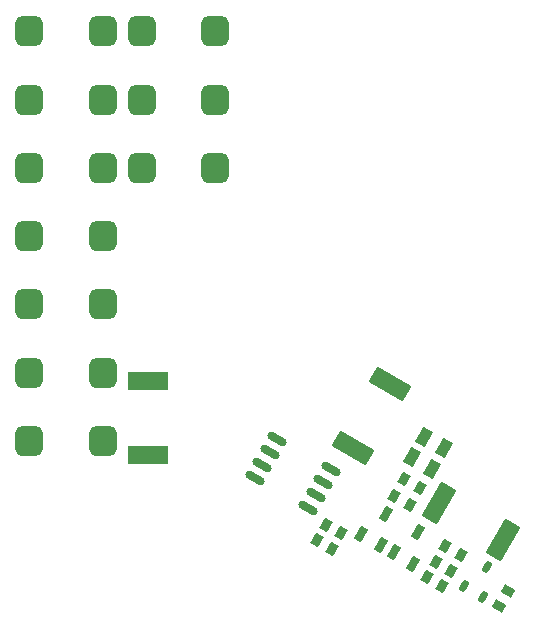
<source format=gbp>
G04*
G04 #@! TF.GenerationSoftware,Altium Limited,Altium Designer,21.1.1 (26)*
G04*
G04 Layer_Color=128*
%FSLAX25Y25*%
%MOIN*%
G70*
G04*
G04 #@! TF.SameCoordinates,7E344F8E-89F9-4E97-97FE-234FB0D6FCC2*
G04*
G04*
G04 #@! TF.FilePolarity,Positive*
G04*
G01*
G75*
G04:AMPARAMS|DCode=21|XSize=29.53mil|YSize=39.37mil|CornerRadius=0mil|HoleSize=0mil|Usage=FLASHONLY|Rotation=150.000|XOffset=0mil|YOffset=0mil|HoleType=Round|Shape=Rectangle|*
%AMROTATEDRECTD21*
4,1,4,0.02263,0.00967,0.00294,-0.02443,-0.02263,-0.00967,-0.00294,0.02443,0.02263,0.00967,0.0*
%
%ADD21ROTATEDRECTD21*%

G04:AMPARAMS|DCode=22|XSize=131.89mil|YSize=59.06mil|CornerRadius=0mil|HoleSize=0mil|Usage=FLASHONLY|Rotation=330.000|XOffset=0mil|YOffset=0mil|HoleType=Round|Shape=Rectangle|*
%AMROTATEDRECTD22*
4,1,4,-0.07187,0.00740,-0.04235,0.05854,0.07187,-0.00740,0.04235,-0.05854,-0.07187,0.00740,0.0*
%
%ADD22ROTATEDRECTD22*%

G04:AMPARAMS|DCode=23|XSize=131.89mil|YSize=59.06mil|CornerRadius=0mil|HoleSize=0mil|Usage=FLASHONLY|Rotation=60.000|XOffset=0mil|YOffset=0mil|HoleType=Round|Shape=Rectangle|*
%AMROTATEDRECTD23*
4,1,4,-0.00740,-0.07187,-0.05854,-0.04235,0.00740,0.07187,0.05854,0.04235,-0.00740,-0.07187,0.0*
%
%ADD23ROTATEDRECTD23*%

G04:AMPARAMS|DCode=24|XSize=92.56mil|YSize=100.43mil|CornerRadius=23.14mil|HoleSize=0mil|Usage=FLASHONLY|Rotation=0.000|XOffset=0mil|YOffset=0mil|HoleType=Round|Shape=RoundedRectangle|*
%AMROUNDEDRECTD24*
21,1,0.09256,0.05415,0,0,0.0*
21,1,0.04628,0.10043,0,0,0.0*
1,1,0.04628,0.02314,-0.02708*
1,1,0.04628,-0.02314,-0.02708*
1,1,0.04628,-0.02314,0.02708*
1,1,0.04628,0.02314,0.02708*
%
%ADD24ROUNDEDRECTD24*%
G04:AMPARAMS|DCode=25|XSize=29.53mil|YSize=39.37mil|CornerRadius=0mil|HoleSize=0mil|Usage=FLASHONLY|Rotation=240.000|XOffset=0mil|YOffset=0mil|HoleType=Round|Shape=Rectangle|*
%AMROTATEDRECTD25*
4,1,4,-0.00967,0.02263,0.02443,0.00294,0.00967,-0.02263,-0.02443,-0.00294,-0.00967,0.02263,0.0*
%
%ADD25ROTATEDRECTD25*%

%ADD27R,0.13189X0.05906*%
G04:AMPARAMS|DCode=96|XSize=27.56mil|YSize=49.21mil|CornerRadius=0mil|HoleSize=0mil|Usage=FLASHONLY|Rotation=330.000|XOffset=0mil|YOffset=0mil|HoleType=Round|Shape=Rectangle|*
%AMROTATEDRECTD96*
4,1,4,-0.02424,-0.01442,0.00037,0.02820,0.02424,0.01442,-0.00037,-0.02820,-0.02424,-0.01442,0.0*
%
%ADD96ROTATEDRECTD96*%

G04:AMPARAMS|DCode=97|XSize=37.4mil|YSize=57.09mil|CornerRadius=0mil|HoleSize=0mil|Usage=FLASHONLY|Rotation=330.000|XOffset=0mil|YOffset=0mil|HoleType=Round|Shape=Rectangle|*
%AMROTATEDRECTD97*
4,1,4,-0.03047,-0.01537,-0.00192,0.03407,0.03047,0.01537,0.00192,-0.03407,-0.03047,-0.01537,0.0*
%
%ADD97ROTATEDRECTD97*%

G04:AMPARAMS|DCode=98|XSize=23.62mil|YSize=39.37mil|CornerRadius=5.91mil|HoleSize=0mil|Usage=FLASHONLY|Rotation=330.000|XOffset=0mil|YOffset=0mil|HoleType=Round|Shape=RoundedRectangle|*
%AMROUNDEDRECTD98*
21,1,0.02362,0.02756,0,0,330.0*
21,1,0.01181,0.03937,0,0,330.0*
1,1,0.01181,-0.00178,-0.01489*
1,1,0.01181,-0.01200,-0.00898*
1,1,0.01181,0.00178,0.01489*
1,1,0.01181,0.01200,0.00898*
%
%ADD98ROUNDEDRECTD98*%
G04:AMPARAMS|DCode=99|XSize=27.56mil|YSize=70.87mil|CornerRadius=0mil|HoleSize=0mil|Usage=FLASHONLY|Rotation=60.000|XOffset=0mil|YOffset=0mil|HoleType=Round|Shape=Round|*
%AMOVALD99*
21,1,0.04331,0.02756,0.00000,0.00000,150.0*
1,1,0.02756,0.01875,-0.01083*
1,1,0.02756,-0.01875,0.01083*
%
%ADD99OVALD99*%

D21*
X17941Y-108543D02*
D03*
X23055Y-111496D02*
D03*
X-21721Y-101298D02*
D03*
X-16606Y-104251D02*
D03*
X20053Y-116693D02*
D03*
X14939Y-113740D02*
D03*
X12608Y-83905D02*
D03*
X7494Y-80952D02*
D03*
X26234Y-106209D02*
D03*
X21120Y-103256D02*
D03*
X-13606Y-99055D02*
D03*
X-18721Y-96102D02*
D03*
X4203Y-86558D02*
D03*
X9317Y-89511D02*
D03*
D22*
X2651Y-49345D02*
D03*
X-9652Y-70655D02*
D03*
D23*
X40516Y-101173D02*
D03*
X19207Y-88869D02*
D03*
D24*
X-55591Y22750D02*
D03*
X-80000D02*
D03*
X-55591Y45500D02*
D03*
X-80000D02*
D03*
X-55591Y68250D02*
D03*
X-80000D02*
D03*
X-117500Y-68250D02*
D03*
X-93090D02*
D03*
X-117500Y-45500D02*
D03*
X-93090D02*
D03*
X-117500Y-22750D02*
D03*
X-93090D02*
D03*
X-117500Y0D02*
D03*
X-93090D02*
D03*
X-117500Y22750D02*
D03*
X-93090D02*
D03*
X-117500Y45500D02*
D03*
X-93090D02*
D03*
X-117500Y68250D02*
D03*
X-93090D02*
D03*
D25*
X42069Y-118219D02*
D03*
X39116Y-123334D02*
D03*
D27*
X-78000Y-48394D02*
D03*
X-78000Y-73000D02*
D03*
D96*
X1307Y-92482D02*
D03*
X-6853Y-99136D02*
D03*
X-375Y-102876D02*
D03*
X12130Y-98730D02*
D03*
X3970Y-105384D02*
D03*
X10448Y-109124D02*
D03*
D97*
X14003Y-66812D02*
D03*
X20651Y-70651D02*
D03*
X10003Y-73741D02*
D03*
X16651Y-77579D02*
D03*
D98*
X33718Y-120342D02*
D03*
X27240Y-116601D02*
D03*
X35203Y-110289D02*
D03*
D99*
X-17052Y-77750D02*
D03*
X-19552Y-82081D02*
D03*
X-22052Y-86411D02*
D03*
X-24552Y-90741D02*
D03*
X-34782Y-67514D02*
D03*
X-37282Y-71844D02*
D03*
X-39782Y-76174D02*
D03*
X-42282Y-80505D02*
D03*
M02*

</source>
